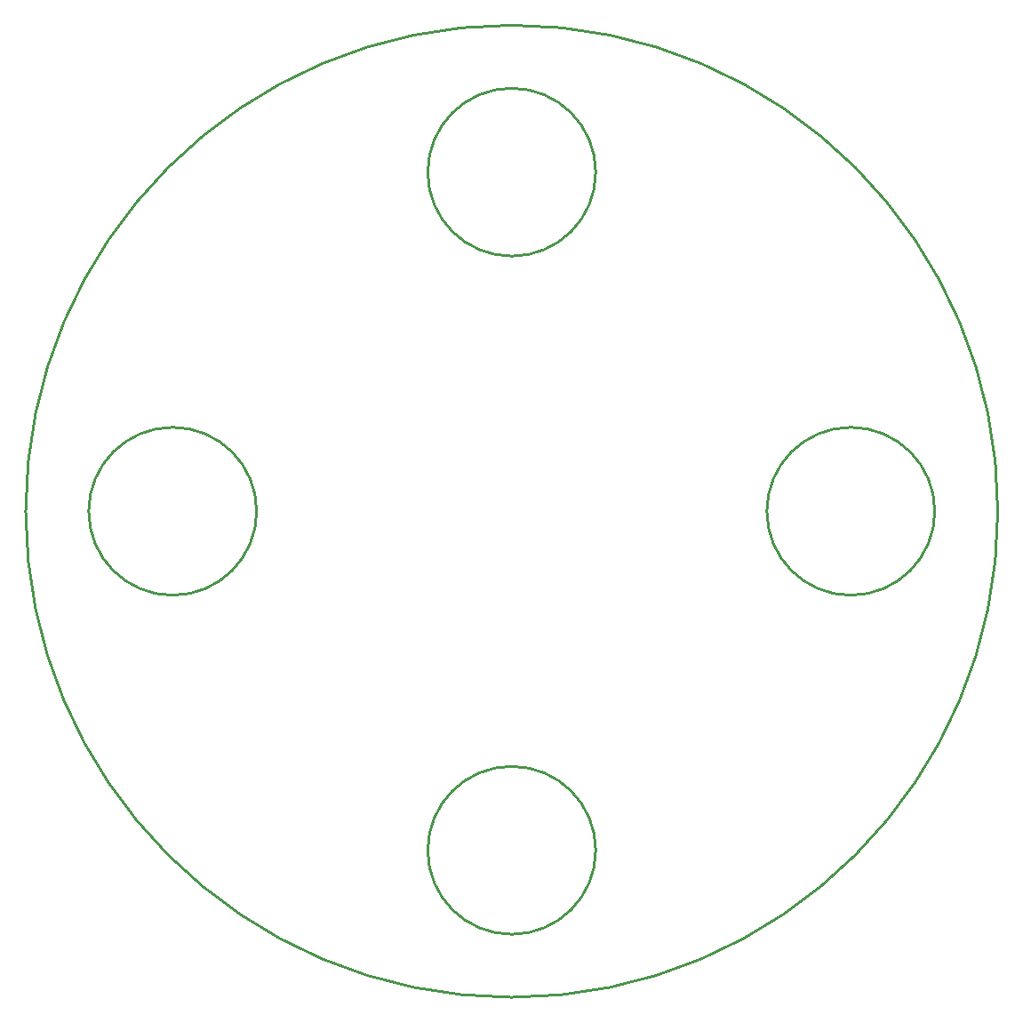
<source format=gko>
G04 Layer_Color=16711935*
%FSLAX25Y25*%
%MOIN*%
G70*
G01*
G75*
%ADD11C,0.01000*%
D11*
X142236Y-16363D02*
G03*
X142236Y-16363I-31496J0D01*
G01*
Y237968D02*
G03*
X142236Y237968I-31496J0D01*
G01*
X15070Y110802D02*
G03*
X15070Y110802I-31496J0D01*
G01*
X269401D02*
G03*
X269401Y110802I-31496J0D01*
G01*
X293023D02*
G03*
X293023Y110802I-182284J0D01*
G01*
M02*

</source>
